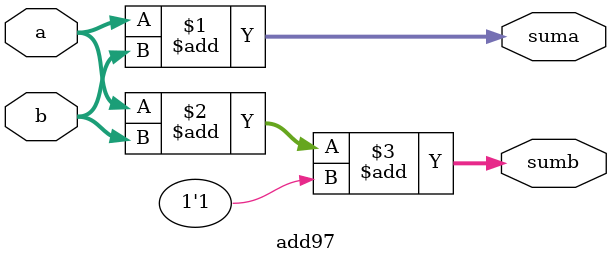
<source format=v>
module mpadder10 (
  input wire clk,
  input wire [1026:0] in_a,
  input wire [1026:0] in_b,
  output wire [1027:0] result
);

    wire [1026:0] MuxB = in_b;
    wire [1027:0] Sum;
    
    
    wire [1027:0] sumA;
    wire [1027:93] sumB;
    
    wire [9:0] carryA;
    wire [9:1] carryB;
    
    wire carry1;
    wire carry2;
    wire carry3;
    wire carry4;
    wire carry5;
    wire carry6;
    wire carry7;
    wire carry8;
    wire carry9;
    wire carry10;
    
  assign {carryA[0],sumA[92:0]} = in_a[92:0] + MuxB[92:0];   
  //assign {carryB[0],sumB[63:0]} = 65'b0;
    add93 A2(in_a[185:93], MuxB[185:93], sumA[185:93], carryA[1], sumB[185:93], carryB[1]);
    add93 A3(in_a[278:186], MuxB[278:186], sumA[278:186], carryA[2], sumB[278:186], carryB[2]);
    add93 A4(in_a[371:279], MuxB[371:279], sumA[371:279], carryA[3], sumB[371:279], carryB[3]);
    add93 A5(in_a[464:372], MuxB[464:372], sumA[464:372], carryA[4], sumB[464:372], carryB[4]);
    add93 A6(in_a[557:465], MuxB[557:465], sumA[557:465], carryA[5], sumB[557:465], carryB[5]);
    add93 A7(in_a[650:558], MuxB[650:558], sumA[650:558], carryA[6], sumB[650:558], carryB[6]);
    add93 A8(in_a[743:651], MuxB[743:651], sumA[743:651], carryA[7], sumB[743:651], carryB[7]);
    add93 A9(in_a[836:744], MuxB[836:744], sumA[836:744], carryA[8], sumB[836:744], carryB[8]);
    add93 A10(in_a[929:837], MuxB[929:837], sumA[929:837], carryA[9], sumB[929:837], carryB[9]);
    add97 A11(in_a[1026:930], MuxB[1026:930], sumA[1027:930], sumB[1027:930]);
      

    


  reg [1027:0] regA;
  reg [1027:93] regB;
  reg [9:0] regcA;
  reg [9:1] regcB;
  reg sub;
  always @(posedge clk) 
  begin
        regA <= sumA;
        regB <= sumB;
        regcA <= carryA;
        regcB <= carryB;
  end  
  
    assign carry1 = regcA[0];
    assign carry2 = carry1? regcB[1]: regcA[1];
    assign carry3 = carry2? regcB[2]: regcA[2];
    assign carry4 = carry3? regcB[3]: regcA[3];
    assign carry5 = carry4? regcB[4]: regcA[4];
    assign carry6 = carry5? regcB[5]: regcA[5];
    assign carry7 = carry6? regcB[6]: regcA[6];
    assign carry8 = carry7? regcB[7]: regcA[7];
    assign carry9 = carry8? regcB[8]: regcA[8];
    assign carry10 = carry9? regcB[9]: regcA[9];
  
    assign Sum[92:0] = regA[92:0];
    assign Sum[185:93] = carry1? regB[185:93]: regA[185:93];
    assign Sum[278:186] = carry2? regB[278:186]: regA[278:186];
    assign Sum[371:279] = carry3? regB[371:279]: regA[371:279];
    assign Sum[464:372] = carry4? regB[464:372]: regA[464:372];
    assign Sum[557:465] = carry5? regB[557:465]: regA[557:465];
    assign Sum[650:558] = carry6? regB[650:558]: regA[650:558];
    assign Sum[743:651] = carry7? regB[743:651]: regA[743:651];
    assign Sum[836:744] = carry8? regB[836:744]: regA[836:744];
    assign Sum[929:837] = carry9? regB[929:837]: regA[929:837];
    assign Sum[1027:930] = carry10? regB[1027:930]: regA[1027:930];
  

  assign result = Sum;


endmodule

module add93(
    input wire [92:0] a,
    input wire [92:0] b,
    output wire [92:0] suma,
    output wire carrya,
    output wire [92:0] sumb,
    output wire carryb
    );
    
    assign {carrya, suma} = a+b;
    assign {carryb, sumb} = a+b+1'b1;
    
    
endmodule

module add97(
    input wire [96:0] a,
    input wire [96:0] b,
    output wire [97:0] suma,
    output wire [97:0] sumb
    );
    
    assign suma= a+b;
    assign sumb = a+b+1'b1;
    
    
endmodule

</source>
